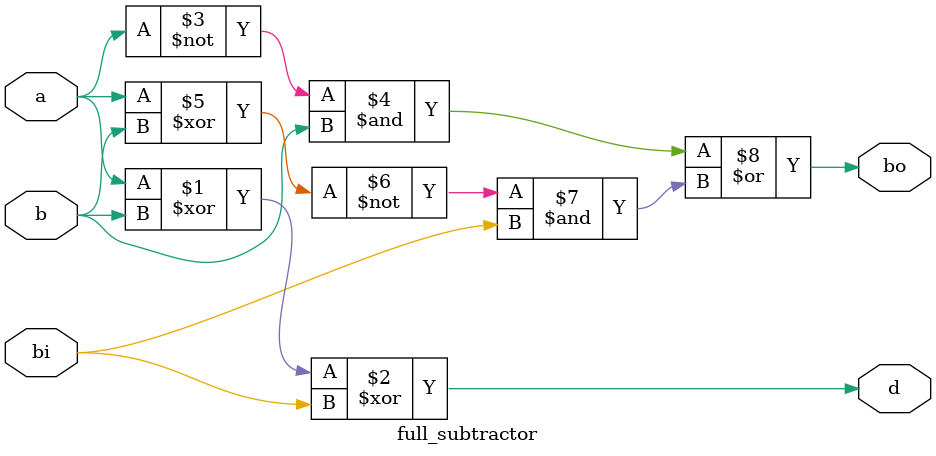
<source format=v>
`timescale 1ps/1ps

module full_subtractor (
    d,
    bo,
    a,
    b,
    bi
);

    input a,b,bi;
    output d,bo;

    assign d = a^b^bi;
    assign bo = ((~a)&b)|(~(a^b)&bi);

endmodule
</source>
